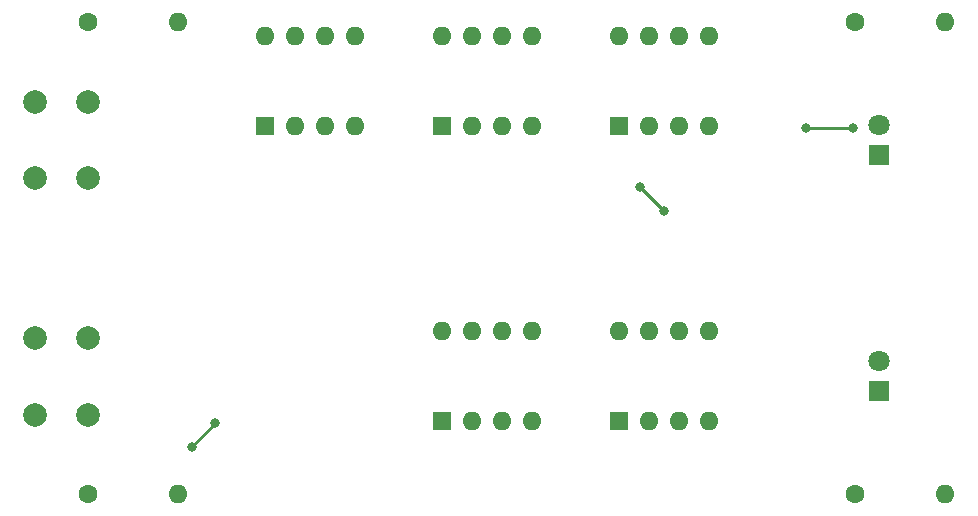
<source format=gbr>
%TF.GenerationSoftware,KiCad,Pcbnew,7.0.7*%
%TF.CreationDate,2023-11-01T21:34:32-04:00*%
%TF.ProjectId,TEJ4M-Unit-4-08,54454a34-4d2d-4556-9e69-742d342d3038,rev?*%
%TF.SameCoordinates,Original*%
%TF.FileFunction,Copper,L2,Bot*%
%TF.FilePolarity,Positive*%
%FSLAX46Y46*%
G04 Gerber Fmt 4.6, Leading zero omitted, Abs format (unit mm)*
G04 Created by KiCad (PCBNEW 7.0.7) date 2023-11-01 21:34:32*
%MOMM*%
%LPD*%
G01*
G04 APERTURE LIST*
%TA.AperFunction,ComponentPad*%
%ADD10R,1.600000X1.600000*%
%TD*%
%TA.AperFunction,ComponentPad*%
%ADD11O,1.600000X1.600000*%
%TD*%
%TA.AperFunction,ComponentPad*%
%ADD12C,2.000000*%
%TD*%
%TA.AperFunction,ComponentPad*%
%ADD13C,1.600000*%
%TD*%
%TA.AperFunction,ComponentPad*%
%ADD14R,1.800000X1.800000*%
%TD*%
%TA.AperFunction,ComponentPad*%
%ADD15C,1.800000*%
%TD*%
%TA.AperFunction,ViaPad*%
%ADD16C,0.800000*%
%TD*%
%TA.AperFunction,Conductor*%
%ADD17C,0.250000*%
%TD*%
G04 APERTURE END LIST*
D10*
%TO.P,U7,1*%
%TO.N,Net-(U5-Pad3)*%
X161200000Y-63800000D03*
D11*
%TO.P,U7,2*%
%TO.N,Net-(D4-A)*%
X163740000Y-63800000D03*
%TO.P,U7,3*%
%TO.N,Net-(D3-A)*%
X166280000Y-63800000D03*
%TO.P,U7,4*%
%TO.N,N/C*%
X168820000Y-63800000D03*
%TO.P,U7,5*%
X168820000Y-56180000D03*
%TO.P,U7,6*%
X166280000Y-56180000D03*
%TO.P,U7,7*%
X163740000Y-56180000D03*
%TO.P,U7,8*%
X161200000Y-56180000D03*
%TD*%
D10*
%TO.P,U6,1*%
%TO.N,Net-(D3-A)*%
X161200000Y-88800000D03*
D11*
%TO.P,U6,2*%
%TO.N,Net-(U4-Pad3)*%
X163740000Y-88800000D03*
%TO.P,U6,3*%
%TO.N,Net-(D4-A)*%
X166280000Y-88800000D03*
%TO.P,U6,4*%
%TO.N,N/C*%
X168820000Y-88800000D03*
%TO.P,U6,5*%
X168820000Y-81180000D03*
%TO.P,U6,6*%
X166280000Y-81180000D03*
%TO.P,U6,7*%
X163740000Y-81180000D03*
%TO.P,U6,8*%
X161200000Y-81180000D03*
%TD*%
D10*
%TO.P,U5,1*%
%TO.N,Net-(U3-Pad2)*%
X146200000Y-63800000D03*
D11*
%TO.P,U5,2*%
%TO.N,Net-(R2-Pad1)*%
X148740000Y-63800000D03*
%TO.P,U5,3*%
%TO.N,Net-(U5-Pad3)*%
X151280000Y-63800000D03*
%TO.P,U5,4*%
%TO.N,N/C*%
X153820000Y-63800000D03*
%TO.P,U5,5*%
X153820000Y-56180000D03*
%TO.P,U5,6*%
X151280000Y-56180000D03*
%TO.P,U5,7*%
X148740000Y-56180000D03*
%TO.P,U5,8*%
X146200000Y-56180000D03*
%TD*%
D10*
%TO.P,U4,1*%
%TO.N,Net-(R2-Pad1)*%
X146200000Y-88800000D03*
D11*
%TO.P,U4,2*%
%TO.N,Net-(R1-Pad1)*%
X148740000Y-88800000D03*
%TO.P,U4,3*%
%TO.N,Net-(U4-Pad3)*%
X151280000Y-88800000D03*
%TO.P,U4,4*%
%TO.N,N/C*%
X153820000Y-88800000D03*
%TO.P,U4,5*%
X153820000Y-81180000D03*
%TO.P,U4,6*%
X151280000Y-81180000D03*
%TO.P,U4,7*%
X148740000Y-81180000D03*
%TO.P,U4,8*%
X146200000Y-81180000D03*
%TD*%
D10*
%TO.P,U3,1*%
%TO.N,Net-(R1-Pad1)*%
X131200000Y-63800000D03*
D11*
%TO.P,U3,2*%
%TO.N,Net-(U3-Pad2)*%
X133740000Y-63800000D03*
%TO.P,U3,3*%
%TO.N,N/C*%
X136280000Y-63800000D03*
%TO.P,U3,4*%
X138820000Y-63800000D03*
%TO.P,U3,5*%
X138820000Y-56180000D03*
%TO.P,U3,6*%
X136280000Y-56180000D03*
%TO.P,U3,7*%
X133740000Y-56180000D03*
%TO.P,U3,8*%
X131200000Y-56180000D03*
%TD*%
D12*
%TO.P,U2,1*%
%TO.N,+5V*%
X111750000Y-81750000D03*
X111750000Y-88250000D03*
%TO.P,U2,2*%
%TO.N,Net-(R2-Pad1)*%
X116250000Y-81750000D03*
X116250000Y-88250000D03*
%TD*%
%TO.P,U1,1*%
%TO.N,+5V*%
X111750000Y-61750000D03*
X111750000Y-68250000D03*
%TO.P,U1,2*%
%TO.N,Net-(R1-Pad1)*%
X116250000Y-61750000D03*
X116250000Y-68250000D03*
%TD*%
D11*
%TO.P,R4,2*%
%TO.N,GND*%
X188810000Y-95000000D03*
D13*
%TO.P,R4,1*%
%TO.N,Net-(D4-K)*%
X181190000Y-95000000D03*
%TD*%
%TO.P,R3,1*%
%TO.N,Net-(D3-K)*%
X181190000Y-55000000D03*
D11*
%TO.P,R3,2*%
%TO.N,GND*%
X188810000Y-55000000D03*
%TD*%
D13*
%TO.P,R2,1*%
%TO.N,Net-(R2-Pad1)*%
X116190000Y-95000000D03*
D11*
%TO.P,R2,2*%
%TO.N,GND*%
X123810000Y-95000000D03*
%TD*%
D13*
%TO.P,R1,1*%
%TO.N,Net-(R1-Pad1)*%
X116190000Y-55000000D03*
D11*
%TO.P,R1,2*%
%TO.N,GND*%
X123810000Y-55000000D03*
%TD*%
D14*
%TO.P,D4,1,K*%
%TO.N,Net-(D4-K)*%
X183175000Y-86250000D03*
D15*
%TO.P,D4,2,A*%
%TO.N,Net-(D4-A)*%
X183175000Y-83710000D03*
%TD*%
D14*
%TO.P,D3,1,K*%
%TO.N,Net-(D3-K)*%
X183175000Y-66250000D03*
D15*
%TO.P,D3,2,A*%
%TO.N,Net-(D3-A)*%
X183175000Y-63710000D03*
%TD*%
D16*
%TO.N,Net-(D3-A)*%
X181000000Y-64000000D03*
X177000000Y-64000000D03*
%TO.N,Net-(D4-A)*%
X163000000Y-69000000D03*
X165000000Y-71000000D03*
%TO.N,Net-(R2-Pad1)*%
X127000000Y-89000000D03*
X125000000Y-91000000D03*
%TD*%
D17*
%TO.N,Net-(D3-A)*%
X177000000Y-64000000D02*
X181000000Y-64000000D01*
%TO.N,Net-(D4-A)*%
X165000000Y-71000000D02*
X163000000Y-69000000D01*
%TO.N,Net-(R2-Pad1)*%
X125000000Y-91000000D02*
X127000000Y-89000000D01*
%TD*%
M02*

</source>
